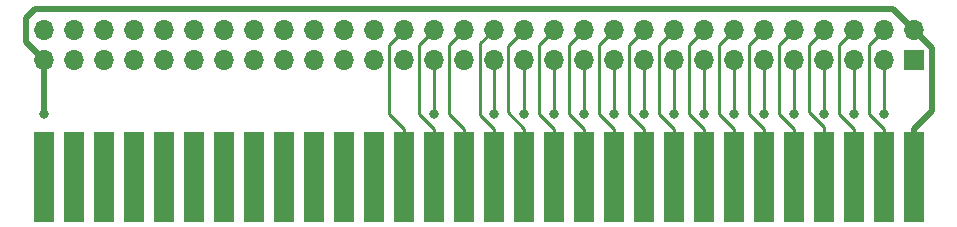
<source format=gbr>
%TF.GenerationSoftware,KiCad,Pcbnew,7.0.3*%
%TF.CreationDate,2023-05-28T21:57:32+08:00*%
%TF.ProjectId,CartdrigeProto,43617274-6472-4696-9765-50726f746f2e,rev?*%
%TF.SameCoordinates,Original*%
%TF.FileFunction,Copper,L1,Top*%
%TF.FilePolarity,Positive*%
%FSLAX46Y46*%
G04 Gerber Fmt 4.6, Leading zero omitted, Abs format (unit mm)*
G04 Created by KiCad (PCBNEW 7.0.3) date 2023-05-28 21:57:32*
%MOMM*%
%LPD*%
G01*
G04 APERTURE LIST*
%TA.AperFunction,ConnectorPad*%
%ADD10R,1.780000X7.620000*%
%TD*%
%TA.AperFunction,ComponentPad*%
%ADD11R,1.700000X1.700000*%
%TD*%
%TA.AperFunction,ComponentPad*%
%ADD12O,1.700000X1.700000*%
%TD*%
%TA.AperFunction,ViaPad*%
%ADD13C,0.800000*%
%TD*%
%TA.AperFunction,Conductor*%
%ADD14C,0.500000*%
%TD*%
%TA.AperFunction,Conductor*%
%ADD15C,0.250000*%
%TD*%
G04 APERTURE END LIST*
D10*
%TO.P,J2,2,Pin_2*%
%TO.N,+5V*%
X148590000Y-91694000D03*
%TO.P,J2,4,Pin_4*%
%TO.N,/CLOCK*%
X146050000Y-91694000D03*
%TO.P,J2,6,Pin_6*%
%TO.N,/A12*%
X143510000Y-91694000D03*
%TO.P,J2,8,Pin_8*%
%TO.N,/A13*%
X140970000Y-91694000D03*
%TO.P,J2,10,Pin_10*%
%TO.N,/A14*%
X138430000Y-91694000D03*
%TO.P,J2,12,Pin_12*%
%TO.N,/A15*%
X135890000Y-91694000D03*
%TO.P,J2,14,Pin_14*%
%TO.N,/D7*%
X133350000Y-91694000D03*
%TO.P,J2,16,Pin_16*%
%TO.N,/D6*%
X130810000Y-91694000D03*
%TO.P,J2,18,Pin_18*%
%TO.N,/D5*%
X128270000Y-91694000D03*
%TO.P,J2,20,Pin_20*%
%TO.N,/D4*%
X125730000Y-91694000D03*
%TO.P,J2,22,Pin_22*%
%TO.N,/D3*%
X123190000Y-91694000D03*
%TO.P,J2,24,Pin_24*%
%TO.N,/D2*%
X120650000Y-91694000D03*
%TO.P,J2,26,Pin_26*%
%TO.N,/D1*%
X118110000Y-91694000D03*
%TO.P,J2,28,Pin_28*%
%TO.N,/D0*%
X115570000Y-91694000D03*
%TO.P,J2,30,Pin_30*%
%TO.N,/PORT1CSB*%
X113030000Y-91694000D03*
%TO.P,J2,32,Pin_32*%
%TO.N,/RESET*%
X110490000Y-91694000D03*
%TO.P,J2,34,Pin_34*%
%TO.N,/DMAB*%
X107950000Y-91694000D03*
%TO.P,J2,36,Pin_36*%
%TO.N,/NMIB*%
X105410000Y-91694000D03*
%TO.P,J2,38,Pin_38*%
%TO.N,unconnected-(J2-Pin_38-Pad38)*%
X102870000Y-91694000D03*
%TO.P,J2,40,Pin_40*%
%TO.N,unconnected-(J2-Pin_40-Pad40)*%
X100330000Y-91694000D03*
%TO.P,J2,42,Pin_42*%
%TO.N,unconnected-(J2-Pin_42-Pad42)*%
X97790000Y-91694000D03*
%TO.P,J2,44,Pin_44*%
%TO.N,unconnected-(J2-Pin_44-Pad44)*%
X95250000Y-91694000D03*
%TO.P,J2,46,Pin_46*%
%TO.N,unconnected-(J2-Pin_46-Pad46)*%
X92710000Y-91694000D03*
%TO.P,J2,48,Pin_48*%
%TO.N,unconnected-(J2-Pin_48-Pad48)*%
X90170000Y-91694000D03*
%TO.P,J2,50,Pin_50*%
%TO.N,unconnected-(J2-Pin_50-Pad50)*%
X87630000Y-91694000D03*
%TO.P,J2,52,Pin_52*%
%TO.N,unconnected-(J2-Pin_52-Pad52)*%
X85090000Y-91694000D03*
%TO.P,J2,54,Pin_54*%
%TO.N,unconnected-(J2-Pin_54-Pad54)*%
X82550000Y-91694000D03*
%TO.P,J2,56,Pin_56*%
%TO.N,unconnected-(J2-Pin_56-Pad56)*%
X80010000Y-91694000D03*
%TO.P,J2,58,Pin_58*%
%TO.N,unconnected-(J2-Pin_58-Pad58)*%
X77470000Y-91694000D03*
%TO.P,J2,60,Pin_60*%
%TO.N,unconnected-(J2-Pin_60-Pad60)*%
X74930000Y-91694000D03*
%TD*%
D11*
%TO.P,J1,1,Pin_1*%
%TO.N,GND*%
X148590000Y-81788000D03*
D12*
%TO.P,J1,2,Pin_2*%
%TO.N,+5V*%
X148590000Y-79248000D03*
%TO.P,J1,3,Pin_3*%
%TO.N,/A11*%
X146050000Y-81788000D03*
%TO.P,J1,4,Pin_4*%
%TO.N,/CLOCK*%
X146050000Y-79248000D03*
%TO.P,J1,5,Pin_5*%
%TO.N,/A10*%
X143510000Y-81788000D03*
%TO.P,J1,6,Pin_6*%
%TO.N,/A12*%
X143510000Y-79248000D03*
%TO.P,J1,7,Pin_7*%
%TO.N,/A9*%
X140970000Y-81788000D03*
%TO.P,J1,8,Pin_8*%
%TO.N,/A13*%
X140970000Y-79248000D03*
%TO.P,J1,9,Pin_9*%
%TO.N,/A8*%
X138430000Y-81788000D03*
%TO.P,J1,10,Pin_10*%
%TO.N,/A14*%
X138430000Y-79248000D03*
%TO.P,J1,11,Pin_11*%
%TO.N,/A7*%
X135890000Y-81788000D03*
%TO.P,J1,12,Pin_12*%
%TO.N,/A15*%
X135890000Y-79248000D03*
%TO.P,J1,13,Pin_13*%
%TO.N,/A6*%
X133350000Y-81788000D03*
%TO.P,J1,14,Pin_14*%
%TO.N,/D7*%
X133350000Y-79248000D03*
%TO.P,J1,15,Pin_15*%
%TO.N,/A5*%
X130810000Y-81788000D03*
%TO.P,J1,16,Pin_16*%
%TO.N,/D6*%
X130810000Y-79248000D03*
%TO.P,J1,17,Pin_17*%
%TO.N,/A4*%
X128270000Y-81788000D03*
%TO.P,J1,18,Pin_18*%
%TO.N,/D5*%
X128270000Y-79248000D03*
%TO.P,J1,19,Pin_19*%
%TO.N,/A3*%
X125730000Y-81788000D03*
%TO.P,J1,20,Pin_20*%
%TO.N,/D4*%
X125730000Y-79248000D03*
%TO.P,J1,21,Pin_21*%
%TO.N,/A2*%
X123190000Y-81788000D03*
%TO.P,J1,22,Pin_22*%
%TO.N,/D3*%
X123190000Y-79248000D03*
%TO.P,J1,23,Pin_23*%
%TO.N,/A1*%
X120650000Y-81788000D03*
%TO.P,J1,24,Pin_24*%
%TO.N,/D2*%
X120650000Y-79248000D03*
%TO.P,J1,25,Pin_25*%
%TO.N,/A0*%
X118110000Y-81788000D03*
%TO.P,J1,26,Pin_26*%
%TO.N,/D1*%
X118110000Y-79248000D03*
%TO.P,J1,27,Pin_27*%
%TO.N,/RW*%
X115570000Y-81788000D03*
%TO.P,J1,28,Pin_28*%
%TO.N,/D0*%
X115570000Y-79248000D03*
%TO.P,J1,29,Pin_29*%
%TO.N,/IRQ3B*%
X113030000Y-81788000D03*
%TO.P,J1,30,Pin_30*%
%TO.N,/PORT1CSB*%
X113030000Y-79248000D03*
%TO.P,J1,31,Pin_31*%
%TO.N,GND*%
X110490000Y-81788000D03*
%TO.P,J1,32,Pin_32*%
%TO.N,/RESET*%
X110490000Y-79248000D03*
%TO.P,J1,33,Pin_33*%
%TO.N,/RAMCSB*%
X107950000Y-81788000D03*
%TO.P,J1,34,Pin_34*%
%TO.N,/DMAB*%
X107950000Y-79248000D03*
%TO.P,J1,35,Pin_35*%
%TO.N,unconnected-(J1-Pin_35-Pad35)*%
X105410000Y-81788000D03*
%TO.P,J1,36,Pin_36*%
%TO.N,/NMIB*%
X105410000Y-79248000D03*
%TO.P,J1,37,Pin_37*%
%TO.N,unconnected-(J1-Pin_37-Pad37)*%
X102870000Y-81788000D03*
%TO.P,J1,38,Pin_38*%
%TO.N,unconnected-(J1-Pin_38-Pad38)*%
X102870000Y-79248000D03*
%TO.P,J1,39,Pin_39*%
%TO.N,unconnected-(J1-Pin_39-Pad39)*%
X100330000Y-81788000D03*
%TO.P,J1,40,Pin_40*%
%TO.N,unconnected-(J1-Pin_40-Pad40)*%
X100330000Y-79248000D03*
%TO.P,J1,41,Pin_41*%
%TO.N,unconnected-(J1-Pin_41-Pad41)*%
X97790000Y-81788000D03*
%TO.P,J1,42,Pin_42*%
%TO.N,unconnected-(J1-Pin_42-Pad42)*%
X97790000Y-79248000D03*
%TO.P,J1,43,Pin_43*%
%TO.N,unconnected-(J1-Pin_43-Pad43)*%
X95250000Y-81788000D03*
%TO.P,J1,44,Pin_44*%
%TO.N,unconnected-(J1-Pin_44-Pad44)*%
X95250000Y-79248000D03*
%TO.P,J1,45,Pin_45*%
%TO.N,unconnected-(J1-Pin_45-Pad45)*%
X92710000Y-81788000D03*
%TO.P,J1,46,Pin_46*%
%TO.N,unconnected-(J1-Pin_46-Pad46)*%
X92710000Y-79248000D03*
%TO.P,J1,47,Pin_47*%
%TO.N,unconnected-(J1-Pin_47-Pad47)*%
X90170000Y-81788000D03*
%TO.P,J1,48,Pin_48*%
%TO.N,unconnected-(J1-Pin_48-Pad48)*%
X90170000Y-79248000D03*
%TO.P,J1,49,Pin_49*%
%TO.N,unconnected-(J1-Pin_49-Pad49)*%
X87630000Y-81788000D03*
%TO.P,J1,50,Pin_50*%
%TO.N,unconnected-(J1-Pin_50-Pad50)*%
X87630000Y-79248000D03*
%TO.P,J1,51,Pin_51*%
%TO.N,unconnected-(J1-Pin_51-Pad51)*%
X85090000Y-81788000D03*
%TO.P,J1,52,Pin_52*%
%TO.N,unconnected-(J1-Pin_52-Pad52)*%
X85090000Y-79248000D03*
%TO.P,J1,53,Pin_53*%
%TO.N,unconnected-(J1-Pin_53-Pad53)*%
X82550000Y-81788000D03*
%TO.P,J1,54,Pin_54*%
%TO.N,unconnected-(J1-Pin_54-Pad54)*%
X82550000Y-79248000D03*
%TO.P,J1,55,Pin_55*%
%TO.N,unconnected-(J1-Pin_55-Pad55)*%
X80010000Y-81788000D03*
%TO.P,J1,56,Pin_56*%
%TO.N,unconnected-(J1-Pin_56-Pad56)*%
X80010000Y-79248000D03*
%TO.P,J1,57,Pin_57*%
%TO.N,unconnected-(J1-Pin_57-Pad57)*%
X77470000Y-81788000D03*
%TO.P,J1,58,Pin_58*%
%TO.N,unconnected-(J1-Pin_58-Pad58)*%
X77470000Y-79248000D03*
%TO.P,J1,59,Pin_59*%
%TO.N,+5V*%
X74930000Y-81788000D03*
%TO.P,J1,60,Pin_60*%
%TO.N,unconnected-(J1-Pin_60-Pad60)*%
X74930000Y-79248000D03*
%TD*%
D13*
%TO.N,+5V*%
X74930000Y-86360000D03*
%TO.N,/A8*%
X138430000Y-86360000D03*
%TO.N,/A9*%
X140970000Y-86360000D03*
%TO.N,/A11*%
X146050000Y-86360000D03*
%TO.N,/A10*%
X143510000Y-86360000D03*
%TO.N,/A0*%
X118110000Y-86360000D03*
%TO.N,/A1*%
X120650000Y-86360000D03*
%TO.N,/A2*%
X123190000Y-86360000D03*
%TO.N,/A3*%
X125730000Y-86360000D03*
%TO.N,/A4*%
X128270000Y-86360000D03*
%TO.N,/A5*%
X130810000Y-86360000D03*
%TO.N,/A6*%
X133350000Y-86360000D03*
%TO.N,/A7*%
X135890000Y-86360000D03*
%TO.N,/RW*%
X115570000Y-86360000D03*
%TO.N,/IRQ3B*%
X113030000Y-86360000D03*
%TO.N,/RAMCSB*%
X107950000Y-86360000D03*
%TD*%
D14*
%TO.N,+5V*%
X150114000Y-86106000D02*
X148590000Y-87630000D01*
X74168000Y-77470000D02*
X73406000Y-78232000D01*
X73406000Y-78232000D02*
X73406000Y-80264000D01*
X148590000Y-79248000D02*
X150114000Y-80772000D01*
X150114000Y-80772000D02*
X150114000Y-86106000D01*
X146812000Y-77470000D02*
X74168000Y-77470000D01*
X148590000Y-87630000D02*
X148590000Y-91694000D01*
X74930000Y-86360000D02*
X74930000Y-81788000D01*
X148590000Y-79248000D02*
X146812000Y-77470000D01*
X73406000Y-80264000D02*
X74930000Y-81788000D01*
D15*
%TO.N,/A13*%
X139700000Y-86265000D02*
X139700000Y-80518000D01*
X140970000Y-87535000D02*
X140970000Y-91694000D01*
X139700000Y-86265000D02*
X140970000Y-87535000D01*
X139700000Y-80518000D02*
X140970000Y-79248000D01*
%TO.N,/A8*%
X138430000Y-86360000D02*
X138430000Y-81788000D01*
%TO.N,/A9*%
X140970000Y-86360000D02*
X140970000Y-81788000D01*
%TO.N,/A11*%
X146050000Y-86360000D02*
X146050000Y-81788000D01*
%TO.N,/A10*%
X143510000Y-86360000D02*
X143510000Y-81788000D01*
%TO.N,/D7*%
X132080000Y-80518000D02*
X132080000Y-86360000D01*
X133350000Y-79248000D02*
X132080000Y-80518000D01*
X132080000Y-86360000D02*
X133350000Y-87630000D01*
X133350000Y-87630000D02*
X133350000Y-91694000D01*
%TO.N,/D6*%
X129540000Y-86360000D02*
X130810000Y-87630000D01*
X129540000Y-80518000D02*
X129540000Y-86360000D01*
X130810000Y-79248000D02*
X129540000Y-80518000D01*
X130810000Y-87630000D02*
X130810000Y-91694000D01*
%TO.N,/D5*%
X128270000Y-79248000D02*
X127000000Y-80518000D01*
X128270000Y-87630000D02*
X128270000Y-91694000D01*
X127000000Y-80518000D02*
X127000000Y-86360000D01*
X127000000Y-86360000D02*
X128270000Y-87630000D01*
%TO.N,/D4*%
X125730000Y-87630000D02*
X125730000Y-91694000D01*
X124460000Y-80518000D02*
X124460000Y-86360000D01*
X124460000Y-86360000D02*
X125730000Y-87630000D01*
X125730000Y-79248000D02*
X124460000Y-80518000D01*
%TO.N,/D3*%
X121920000Y-80518000D02*
X121920000Y-86360000D01*
X121920000Y-86360000D02*
X123190000Y-87630000D01*
X123190000Y-79248000D02*
X121920000Y-80518000D01*
X123190000Y-87630000D02*
X123190000Y-91694000D01*
%TO.N,/D2*%
X120650000Y-79248000D02*
X119380000Y-80518000D01*
X119380000Y-80518000D02*
X119380000Y-86360000D01*
X120650000Y-87630000D02*
X120650000Y-91694000D01*
X119380000Y-86360000D02*
X120650000Y-87630000D01*
%TO.N,/D1*%
X118110000Y-79248000D02*
X116840000Y-80518000D01*
X116840000Y-86360000D02*
X118110000Y-87630000D01*
X116840000Y-80518000D02*
X116840000Y-86360000D01*
X118110000Y-87630000D02*
X118110000Y-91694000D01*
%TO.N,/D0*%
X114205000Y-86265000D02*
X115570000Y-87630000D01*
X114205000Y-80613000D02*
X114205000Y-86265000D01*
X115570000Y-79248000D02*
X114205000Y-80613000D01*
X115570000Y-87630000D02*
X115570000Y-91694000D01*
%TO.N,/A0*%
X118110000Y-86360000D02*
X118110000Y-81788000D01*
%TO.N,/A1*%
X120650000Y-86360000D02*
X120650000Y-81788000D01*
%TO.N,/A2*%
X123190000Y-86360000D02*
X123190000Y-81788000D01*
%TO.N,/A3*%
X125730000Y-86360000D02*
X125730000Y-81788000D01*
%TO.N,/A4*%
X128270000Y-86360000D02*
X128270000Y-81788000D01*
%TO.N,/A5*%
X130810000Y-86360000D02*
X130810000Y-81788000D01*
%TO.N,/A6*%
X133350000Y-86360000D02*
X133350000Y-81788000D01*
%TO.N,/A7*%
X135890000Y-86360000D02*
X135890000Y-81788000D01*
%TO.N,/A12*%
X142240000Y-86360000D02*
X143510000Y-87630000D01*
X142240000Y-80518000D02*
X142240000Y-86360000D01*
X143510000Y-87630000D02*
X143510000Y-91694000D01*
X143510000Y-79248000D02*
X142240000Y-80518000D01*
%TO.N,/A14*%
X138430000Y-79248000D02*
X137160000Y-80518000D01*
X138430000Y-87630000D02*
X138430000Y-91694000D01*
X137160000Y-86360000D02*
X138430000Y-87630000D01*
X137160000Y-80518000D02*
X137160000Y-86360000D01*
%TO.N,/CLOCK*%
X146050000Y-87630000D02*
X146050000Y-91694000D01*
X144780000Y-80518000D02*
X144780000Y-86360000D01*
X144780000Y-86360000D02*
X146050000Y-87630000D01*
X146050000Y-79248000D02*
X144780000Y-80518000D01*
%TO.N,/A15*%
X134620000Y-86360000D02*
X135890000Y-87630000D01*
X135890000Y-79248000D02*
X134620000Y-80518000D01*
X135890000Y-87630000D02*
X135890000Y-91694000D01*
X134620000Y-80518000D02*
X134620000Y-86360000D01*
%TO.N,/RW*%
X115570000Y-86360000D02*
X115570000Y-81788000D01*
%TO.N,/IRQ3B*%
X113030000Y-86360000D02*
X113030000Y-81788000D01*
%TO.N,/PORT1CSB*%
X111855000Y-80423000D02*
X111855000Y-86455000D01*
X113030000Y-79248000D02*
X111855000Y-80423000D01*
X111855000Y-86455000D02*
X113030000Y-87630000D01*
X113030000Y-87630000D02*
X113030000Y-91694000D01*
%TO.N,/RESET*%
X109220000Y-86360000D02*
X110490000Y-87630000D01*
X109220000Y-80518000D02*
X109220000Y-86360000D01*
X110490000Y-79248000D02*
X109220000Y-80518000D01*
X110490000Y-87630000D02*
X110490000Y-91694000D01*
%TO.N,/RAMCSB*%
X107950000Y-86360000D02*
X107950000Y-81788000D01*
%TO.N,/DMAB*%
X106680000Y-86360000D02*
X107950000Y-87630000D01*
X107950000Y-79248000D02*
X106680000Y-80518000D01*
X106680000Y-80518000D02*
X106680000Y-86360000D01*
X107950000Y-87630000D02*
X107950000Y-91694000D01*
%TO.N,/NMIB*%
X104140000Y-86360000D02*
X105410000Y-87630000D01*
X105410000Y-87630000D02*
X105410000Y-91694000D01*
X104140000Y-80518000D02*
X104140000Y-86360000D01*
X105410000Y-79248000D02*
X104140000Y-80518000D01*
%TD*%
M02*

</source>
